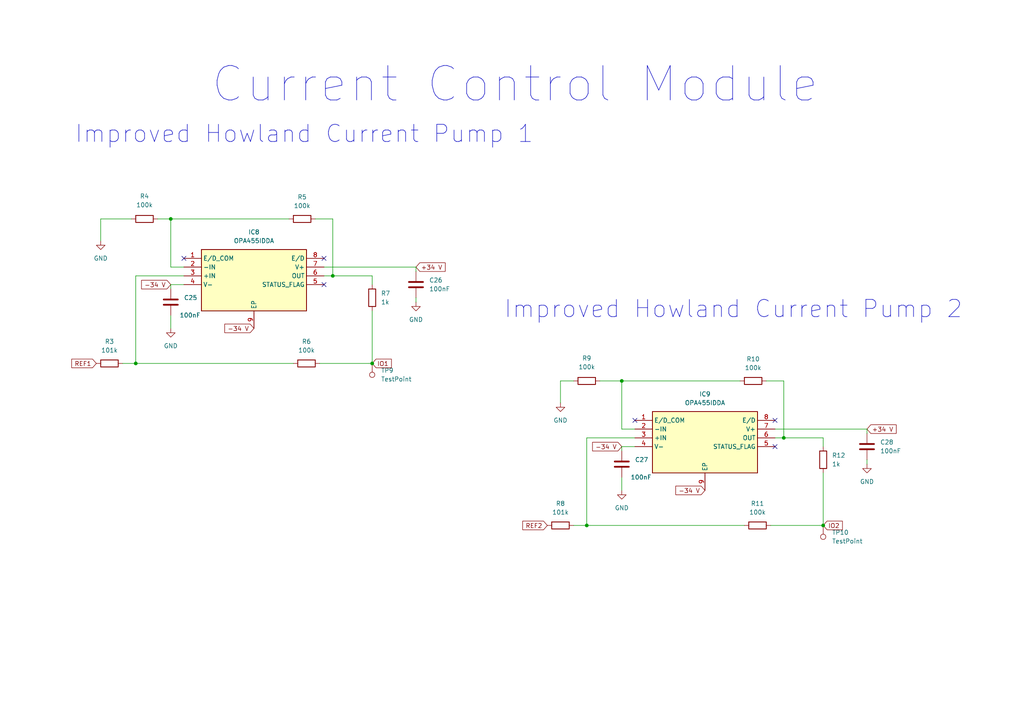
<source format=kicad_sch>
(kicad_sch (version 20230121) (generator eeschema)
  (paper "A4")
  (lib_symbols
    (symbol "Connector:TestPoint" (pin_numbers hide) (pin_names (offset 0.762) hide)
      (property "Reference" "TP" (at 0 6.858 0))
      (property "Value" "TestPoint" (at 0 5.08 0))
      (symbol "TestPoint_0_1"
        (circle (center 0 3.302) (radius 0.762))
      )
      (symbol "TestPoint_1_1"
        (pin passive line (at 0 0 90) (length 2.54) (name "1") (number "1"))
      )
    )
    (symbol "Device:C" (pin_numbers hide) (pin_names (offset 0.254))
      (property "Reference" "C" (at 0.635 2.54 0))
      (property "Value" "C" (at 0.635 -2.54 0))
      (symbol "C_0_1"
        (polyline (pts (xy -2.032 -0.762) (xy 2.032 -0.762)) (stroke (width 0.508)))
        (polyline (pts (xy -2.032 0.762) (xy 2.032 0.762)) (stroke (width 0.508)))
      )
      (symbol "C_1_1"
        (pin passive line (at 0 3.81 270) (length 2.794) (name "~") (number "1"))
        (pin passive line (at 0 -3.81 90) (length 2.794) (name "~") (number "2"))
      )
    )
    (symbol "Device:R" (pin_numbers hide) (pin_names (offset 0))
      (property "Reference" "R" (at 2.032 0 90))
      (property "Value" "R" (at 0 0 90))
      (symbol "R_0_1"
        (rectangle (start -1.016 -2.54) (end 1.016 2.54) (stroke (width 0.254)))
      )
      (symbol "R_1_1"
        (pin passive line (at 0 3.81 270) (length 1.27) (name "~") (number "1"))
        (pin passive line (at 0 -3.81 90) (length 1.27) (name "~") (number "2"))
      )
    )
    (symbol "OPA455IDDA:OPA455IDDA"
      (property "Reference" "IC" (at 36.83 7.62 0))
      (property "Value" "OPA455IDDA" (at 36.83 5.08 0))
      (symbol "OPA455IDDA_1_1"
        (rectangle (start 5.08 2.54) (end 35.56 -15.24) (stroke (width 0.254)) (fill (type background)))
        (pin passive line (at 0 0 0) (length 5.08) (name "E/D_COM") (number "1"))
        (pin passive line (at 0 -2.54 0) (length 5.08) (name "-IN") (number "2"))
        (pin passive line (at 0 -5.08 0) (length 5.08) (name "+IN") (number "3"))
        (pin passive line (at 0 -7.62 0) (length 5.08) (name "V-") (number "4"))
        (pin passive line (at 40.64 -7.62 180) (length 5.08) (name "STATUS_FLAG") (number "5"))
        (pin passive line (at 40.64 -5.08 180) (length 5.08) (name "OUT") (number "6"))
        (pin passive line (at 40.64 -2.54 180) (length 5.08) (name "V+") (number "7"))
        (pin passive line (at 40.64 0 180) (length 5.08) (name "E/D") (number "8"))
        (pin passive line (at 20.32 -20.32 90) (length 5.08) (name "EP") (number "9"))
      )
    )
    (symbol "power:GND" (power) (pin_names (offset 0))
      (property "Value" "GND" (at 0 -3.81 0))
      (symbol "GND_0_1"
        (polyline (pts (xy 0 0) (xy 0 -1.27) (xy 1.27 -1.27) (xy 0 -2.54) (xy -1.27 -1.27) (xy 0 -1.27)))
      )
      (symbol "GND_1_1"
        (pin power_in line (at 0 0 270) (length 0) hide (name "GND") (number "1"))
      )
    )
  )
  (junction (at 227.33 127))
  (junction (at 96.52 80.01))
  (junction (at 39.37 105.41))
  (junction (at 170.18 152.4))
  (junction (at 180.34 110.49))
  (junction (at 49.53 63.5))
  (junction (at 107.95 105.41))
  (junction (at 238.76 152.4))
  (no_connect (at 53.34 74.93))
  (no_connect (at 184.15 121.92))
  (no_connect (at 93.98 74.93))
  (no_connect (at 93.98 82.55))
  (no_connect (at 224.79 129.54))
  (no_connect (at 224.79 121.92))
  (wire (pts (xy 180.34 110.49) (xy 180.34 124.46)))
  (wire (pts (xy 107.95 105.41) (xy 92.71 105.41)))
  (wire (pts (xy 222.25 110.49) (xy 227.33 110.49)))
  (wire (pts (xy 49.53 82.55) (xy 53.34 82.55)))
  (wire (pts (xy 173.99 110.49) (xy 180.34 110.49)))
  (wire (pts (xy 120.65 78.74) (xy 120.65 77.47)))
  (wire (pts (xy 184.15 127) (xy 170.18 127)))
  (wire (pts (xy 35.56 105.41) (xy 39.37 105.41)))
  (wire (pts (xy 238.76 137.16) (xy 238.76 152.4)))
  (wire (pts (xy 53.34 77.47) (xy 49.53 77.47)))
  (wire (pts (xy 251.46 124.46) (xy 224.79 124.46)))
  (wire (pts (xy 49.53 91.44) (xy 49.53 95.25)))
  (wire (pts (xy 49.53 63.5) (xy 49.53 77.47)))
  (wire (pts (xy 170.18 152.4) (xy 215.9 152.4)))
  (wire (pts (xy 39.37 105.41) (xy 85.09 105.41)))
  (wire (pts (xy 29.21 63.5) (xy 38.1 63.5)))
  (wire (pts (xy 180.34 110.49) (xy 214.63 110.49)))
  (wire (pts (xy 96.52 80.01) (xy 93.98 80.01)))
  (wire (pts (xy 49.53 83.82) (xy 49.53 82.55)))
  (wire (pts (xy 29.21 63.5) (xy 29.21 69.85)))
  (wire (pts (xy 107.95 90.17) (xy 107.95 105.41)))
  (wire (pts (xy 120.65 77.47) (xy 93.98 77.47)))
  (wire (pts (xy 180.34 130.81) (xy 180.34 129.54)))
  (wire (pts (xy 170.18 127) (xy 170.18 152.4)))
  (wire (pts (xy 227.33 110.49) (xy 227.33 127)))
  (wire (pts (xy 91.44 63.5) (xy 96.52 63.5)))
  (wire (pts (xy 251.46 125.73) (xy 251.46 124.46)))
  (wire (pts (xy 120.65 87.63) (xy 120.65 86.36)))
  (wire (pts (xy 227.33 127) (xy 224.79 127)))
  (wire (pts (xy 166.37 152.4) (xy 170.18 152.4)))
  (wire (pts (xy 49.53 63.5) (xy 83.82 63.5)))
  (wire (pts (xy 184.15 124.46) (xy 180.34 124.46)))
  (wire (pts (xy 53.34 80.01) (xy 39.37 80.01)))
  (wire (pts (xy 39.37 80.01) (xy 39.37 105.41)))
  (wire (pts (xy 180.34 129.54) (xy 184.15 129.54)))
  (wire (pts (xy 251.46 134.62) (xy 251.46 133.35)))
  (wire (pts (xy 166.37 110.49) (xy 162.56 110.49)))
  (wire (pts (xy 96.52 63.5) (xy 96.52 80.01)))
  (wire (pts (xy 238.76 127) (xy 227.33 127)))
  (wire (pts (xy 238.76 152.4) (xy 223.52 152.4)))
  (wire (pts (xy 107.95 82.55) (xy 107.95 80.01)))
  (wire (pts (xy 107.95 80.01) (xy 96.52 80.01)))
  (wire (pts (xy 162.56 110.49) (xy 162.56 116.84)))
  (wire (pts (xy 238.76 129.54) (xy 238.76 127)))
  (wire (pts (xy 180.34 138.43) (xy 180.34 142.24)))
  (wire (pts (xy 45.72 63.5) (xy 49.53 63.5)))
  (text "Improved Howland Current Pump 2" (at 146.05 92.71 0) (effects (font (size 5 5)) (justify left bottom)))
  (text "Improved Howland Current Pump 1" (at 21.59 41.91 0) (effects (font (size 5 5)) (justify left bottom)))
  (text "Current Control Module\n" (at 60.96 30.48 0) (effects (font (size 10 10)) (justify left bottom)))
  (global_label "REF1" (shape input) (at 27.94 105.41 180) (property "Intersheetrefs" "${INTERSHEET_REFS}" (effects hide)))
  (global_label "-34 V" (shape input) (at 180.34 129.54 180) (property "Intersheetrefs" "${INTERSHEET_REFS}" (effects hide)))
  (global_label "+34 V" (shape input) (at 251.46 124.46 0) (property "Intersheetrefs" "${INTERSHEET_REFS}" (effects hide)))
  (global_label "-34 V" (shape input) (at 49.53 82.55 180) (property "Intersheetrefs" "${INTERSHEET_REFS}" (effects hide)))
  (global_label "REF2" (shape input) (at 158.75 152.4 180) (property "Intersheetrefs" "${INTERSHEET_REFS}" (effects hide)))
  (global_label "+34 V" (shape input) (at 120.65 77.47 0) (property "Intersheetrefs" "${INTERSHEET_REFS}" (effects hide)))
  (global_label "IO1" (shape input) (at 107.95 105.41 0) (property "Intersheetrefs" "${INTERSHEET_REFS}" (effects hide)))
  (global_label "IO2" (shape input) (at 238.76 152.4 0) (property "Intersheetrefs" "${INTERSHEET_REFS}" (effects hide)))
  (global_label "-34 V" (shape input) (at 73.66 95.25 180) (property "Intersheetrefs" "${INTERSHEET_REFS}" (effects hide)))
  (global_label "-34 V" (shape input) (at 204.47 142.24 180) (property "Intersheetrefs" "${INTERSHEET_REFS}" (effects hide)))
  (symbol (lib_id "Device:R") (at 31.75 105.41 90) (unit 1)
    (property "Reference" "R3" (at 31.75 99.06 90))
    (property "Value" "101k" (at 31.75 101.6 90))
    (property "Footprint" "Resistor_SMD:R_0805_2012Metric_Pad1.20x1.40mm_HandSolder" (effects hide))
    (instances (project "channels" (path "" (reference "R3") (unit 1))) (project "electrostimulator" (path "" (reference "R5") (unit 1))) (project "channels1" (path "" (reference "R7") (unit 1))))
  )
  (symbol (lib_id "Device:C") (at 120.65 82.55 0) (unit 1)
    (property "Reference" "C26" (at 124.46 81.28 0) (effects (justify left)))
    (property "Value" "100nF" (at 124.46 83.82 0) (effects (justify left)))
    (property "Footprint" "Capacitor_SMD:C_0805_2012Metric_Pad1.18x1.45mm_HandSolder" (effects hide))
    (instances (project "channels" (path "" (reference "C26") (unit 1))) (project "electrostimulator" (path "" (reference "C8") (unit 1))) (project "channels1" (path "" (reference "C26") (unit 1))))
  )
  (symbol (lib_id "Device:R") (at 87.63 63.5 90) (unit 1)
    (property "Reference" "R5" (at 87.63 57.15 90))
    (property "Value" "100k" (at 87.63 59.69 90))
    (property "Footprint" "Resistor_SMD:R_0805_2012Metric_Pad1.20x1.40mm_HandSolder" (effects hide))
    (instances (project "channels" (path "" (reference "R5") (unit 1))) (project "electrostimulator" (path "" (reference "R7") (unit 1))) (project "channels1" (path "" (reference "R9") (unit 1))))
  )
  (symbol (lib_id "Device:R") (at 170.18 110.49 90) (unit 1)
    (property "Reference" "R9" (at 170.18 103.9046 90))
    (property "Value" "100k" (at 170.18 106.4446 90))
    (property "Footprint" "Resistor_SMD:R_0805_2012Metric_Pad1.20x1.40mm_HandSolder" (effects hide))
    (instances (project "channels" (path "" (reference "R9") (unit 1))) (project "electrostimulator" (path "" (reference "R11") (unit 1))) (project "channels1" (path "" (reference "R13") (unit 1))))
  )
  (symbol (lib_id "Device:R") (at 218.44 110.49 90) (unit 1)
    (property "Reference" "R10" (at 218.44 104.14 90))
    (property "Value" "100k" (at 218.44 106.68 90))
    (property "Footprint" "Resistor_SMD:R_0805_2012Metric_Pad1.20x1.40mm_HandSolder" (effects hide))
    (instances (project "channels" (path "" (reference "R10") (unit 1))) (project "electrostimulator" (path "" (reference "R12") (unit 1))) (project "channels1" (path "" (reference "R14") (unit 1))))
  )
  (symbol (lib_id "Device:R") (at 41.91 63.5 90) (unit 1)
    (property "Reference" "R4" (at 41.91 56.9146 90))
    (property "Value" "100k" (at 41.91 59.4546 90))
    (property "Footprint" "Resistor_SMD:R_0805_2012Metric_Pad1.20x1.40mm_HandSolder" (effects hide))
    (instances (project "channels" (path "" (reference "R4") (unit 1))) (project "electrostimulator" (path "" (reference "R6") (unit 1))) (project "channels1" (path "" (reference "R8") (unit 1))))
  )
  (symbol (lib_id "Device:R") (at 88.9 105.41 90) (unit 1)
    (property "Reference" "R6" (at 88.9 99.06 90))
    (property "Value" "100k" (at 88.9 101.6 90))
    (property "Footprint" "Resistor_SMD:R_0805_2012Metric_Pad1.20x1.40mm_HandSolder" (effects hide))
    (instances (project "channels" (path "" (reference "R6") (unit 1))) (project "electrostimulator" (path "" (reference "R8") (unit 1))) (project "channels1" (path "" (reference "R10") (unit 1))))
  )
  (symbol (lib_id "Device:C") (at 180.34 134.62 0) (unit 1)
    (property "Reference" "C27" (at 184.15 133.35 0) (effects (justify left)))
    (property "Value" "100nF" (at 182.88 138.43 0) (effects (justify left)))
    (property "Footprint" "Capacitor_SMD:C_0805_2012Metric_Pad1.18x1.45mm_HandSolder" (effects hide))
    (instances (project "channels" (path "" (reference "C27") (unit 1))) (project "electrostimulator" (path "" (reference "C9") (unit 1))) (project "channels1" (path "" (reference "C27") (unit 1))))
  )
  (symbol (lib_id "power:GND") (at 162.56 116.84 0) (unit 1)
    (property "Reference" "#PWR067" (effects hide))
    (property "Value" "GND" (at 162.56 121.92 0))
    (instances (project "channels" (path "" (reference "#PWR067") (unit 1))) (project "channels1" (path "" (reference "#PWR074") (unit 1))))
  )
  (symbol (lib_id "power:GND") (at 180.34 142.24 0) (unit 1)
    (property "Reference" "#PWR068" (effects hide))
    (property "Value" "GND" (at 180.34 147.32 0))
    (instances (project "channels" (path "" (reference "#PWR068") (unit 1))) (project "electrostimulator" (path "" (reference "#PWR022") (unit 1))) (project "channels1" (path "" (reference "#PWR075") (unit 1))))
  )
  (symbol (lib_id "Device:C") (at 251.46 129.54 0) (unit 1)
    (property "Reference" "C28" (at 255.27 128.27 0) (effects (justify left)))
    (property "Value" "100nF" (at 255.27 130.81 0) (effects (justify left)))
    (property "Footprint" "Capacitor_SMD:C_0805_2012Metric_Pad1.18x1.45mm_HandSolder" (effects hide))
    (instances (project "channels" (path "" (reference "C28") (unit 1))) (project "electrostimulator" (path "" (reference "C10") (unit 1))) (project "channels1" (path "" (reference "C28") (unit 1))))
  )
  (symbol (lib_id "power:GND") (at 29.21 69.85 0) (unit 1)
    (property "Reference" "#PWR064" (effects hide))
    (property "Value" "GND" (at 29.21 74.93 0))
    (instances (project "channels" (path "" (reference "#PWR064") (unit 1))) (project "channels1" (path "" (reference "#PWR071") (unit 1))))
  )
  (symbol (lib_id "Device:R") (at 219.71 152.4 90) (unit 1)
    (property "Reference" "R11" (at 219.71 146.05 90))
    (property "Value" "100k" (at 219.71 148.59 90))
    (property "Footprint" "Resistor_SMD:R_0805_2012Metric_Pad1.20x1.40mm_HandSolder" (effects hide))
    (instances (project "channels" (path "" (reference "R11") (unit 1))) (project "electrostimulator" (path "" (reference "R13") (unit 1))) (project "channels1" (path "" (reference "R15") (unit 1))))
  )
  (symbol (lib_id "power:GND") (at 120.65 87.63 0) (unit 1)
    (property "Reference" "#PWR066" (effects hide))
    (property "Value" "GND" (at 120.65 92.71 0))
    (instances (project "channels" (path "" (reference "#PWR066") (unit 1))) (project "electrostimulator" (path "" (reference "#PWR021") (unit 1))) (project "channels1" (path "" (reference "#PWR073") (unit 1))))
  )
  (symbol (lib_id "Device:R") (at 238.76 133.35 0) (unit 1)
    (property "Reference" "R12" (at 241.3 132.08 0) (effects (justify left)))
    (property "Value" "1k" (at 241.3 134.62 0) (effects (justify left)))
    (property "Footprint" "Resistor_SMD:R_0805_2012Metric_Pad1.20x1.40mm_HandSolder" (effects hide))
    (instances (project "channels" (path "" (reference "R12") (unit 1))) (project "electrostimulator" (path "" (reference "R14") (unit 1))) (project "channels1" (path "" (reference "R16") (unit 1))))
  )
  (symbol (lib_id "OPA455IDDA:OPA455IDDA") (at 184.15 121.92 0) (unit 1)
    (property "Reference" "IC9" (at 204.47 114.3 0))
    (property "Value" "OPA455IDDA" (at 204.47 116.84 0))
    (property "Footprint" "OPA455:SOIC127P600X170-9N" (effects hide))
    (property "Datasheet" "https://www.ti.com/lit/gpn/OPA455" (effects hide))
    (property "Height" "1.7" (effects hide))
    (property "Mouser Part Number" "595-OPA455IDDA" (effects hide))
    (property "Mouser Price/Stock" "https://www.mouser.co.uk/ProductDetail/Texas-Instruments/OPA455IDDA?qs=81r%252BiQLm7BTjpF3F0HdzeQ%3D%3D" (effects hide))
    (property "Manufacturer_Name" "Texas Instruments" (effects hide))
    (property "Manufacturer_Part_Number" "OPA455IDDA" (effects hide))
  )
  (symbol (lib_id "power:GND") (at 251.46 134.62 0) (unit 1)
    (property "Reference" "#PWR069" (effects hide))
    (property "Value" "GND" (at 251.46 139.7 0))
    (instances (project "channels" (path "" (reference "#PWR069") (unit 1))) (project "electrostimulator" (path "" (reference "#PWR023") (unit 1))) (project "channels1" (path "" (reference "#PWR076") (unit 1))))
  )
  (symbol (lib_id "Connector:TestPoint") (at 107.95 105.41 180) (unit 1)
    (property "Reference" "TP9" (at 110.49 107.442 0) (effects (justify right)))
    (property "Value" "TestPoint" (at 110.49 109.982 0) (effects (justify right)))
    (property "Footprint" "TestPoint:TestPoint_Pad_1.0x1.0mm" (effects hide))
    (instances (project "channels" (path "" (reference "TP9") (unit 1))) (project "electrostimulator" (path "" (reference "TP3") (unit 1))) (project "channels1" (path "" (reference "TP11") (unit 1))))
  )
  (symbol (lib_id "power:GND") (at 49.53 95.25 0) (unit 1)
    (property "Reference" "#PWR065" (effects hide))
    (property "Value" "GND" (at 49.53 100.33 0))
    (instances (project "channels" (path "" (reference "#PWR065") (unit 1))) (project "electrostimulator" (path "" (reference "#PWR020") (unit 1))) (project "channels1" (path "" (reference "#PWR072") (unit 1))))
  )
  (symbol (lib_id "Connector:TestPoint") (at 238.76 152.4 180) (unit 1)
    (property "Reference" "TP10" (at 241.3 154.432 0) (effects (justify right)))
    (property "Value" "TestPoint" (at 241.3 156.972 0) (effects (justify right)))
    (property "Footprint" "TestPoint:TestPoint_Pad_1.0x1.0mm" (effects hide))
    (instances (project "channels" (path "" (reference "TP10") (unit 1))) (project "electrostimulator" (path "" (reference "TP4") (unit 1))) (project "channels1" (path "" (reference "TP12") (unit 1))))
  )
  (symbol (lib_id "Device:R") (at 162.56 152.4 90) (unit 1)
    (property "Reference" "R8" (at 162.56 146.05 90))
    (property "Value" "101k" (at 162.56 148.59 90))
    (property "Footprint" "Resistor_SMD:R_0805_2012Metric_Pad1.20x1.40mm_HandSolder" (effects hide))
    (instances (project "channels" (path "" (reference "R8") (unit 1))) (project "electrostimulator" (path "" (reference "R10") (unit 1))) (project "channels1" (path "" (reference "R12") (unit 1))))
  )
  (symbol (lib_id "Device:R") (at 107.95 86.36 0) (unit 1)
    (property "Reference" "R7" (at 110.49 85.09 0) (effects (justify left)))
    (property "Value" "1k" (at 110.49 87.63 0) (effects (justify left)))
    (property "Footprint" "Resistor_SMD:R_0805_2012Metric_Pad1.20x1.40mm_HandSolder" (effects hide))
    (instances (project "channels" (path "" (reference "R7") (unit 1))) (project "electrostimulator" (path "" (reference "R9") (unit 1))) (project "channels1" (path "" (reference "R11") (unit 1))))
  )
  (symbol (lib_id "Device:C") (at 49.53 87.63 0) (unit 1)
    (property "Reference" "C25" (at 53.34 86.36 0) (effects (justify left)))
    (property "Value" "100nF" (at 52.07 91.44 0) (effects (justify left)))
    (property "Footprint" "Capacitor_SMD:C_0805_2012Metric_Pad1.18x1.45mm_HandSolder" (effects hide))
    (instances (project "channels" (path "" (reference "C25") (unit 1))) (project "electrostimulator" (path "" (reference "C7") (unit 1))) (project "channels1" (path "" (reference "C25") (unit 1))))
  )
  (symbol (lib_id "OPA455IDDA:OPA455IDDA") (at 53.34 74.93 0) (unit 1)
    (property "Reference" "IC8" (at 73.66 67.31 0))
    (property "Value" "OPA455IDDA" (at 73.66 69.85 0))
    (property "Footprint" "OPA455:SOIC127P600X170-9N" (effects hide))
    (property "Datasheet" "https://www.ti.com/lit/gpn/OPA455" (effects hide))
    (property "Height" "1.7" (effects hide))
    (property "Mouser Part Number" "595-OPA455IDDA" (effects hide))
    (property "Mouser Price/Stock" "https://www.mouser.co.uk/ProductDetail/Texas-Instruments/OPA455IDDA?qs=81r%252BiQLm7BTjpF3F0HdzeQ%3D%3D" (effects hide))
    (property "Manufacturer_Name" "Texas Instruments" (effects hide))
    (property "Manufacturer_Part_Number" "OPA455IDDA" (effects hide))
  )
)
</source>
